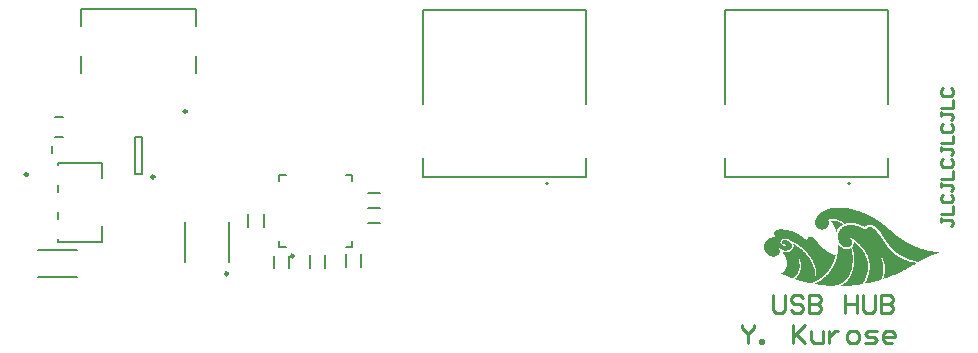
<source format=gto>
G04*
G04 #@! TF.GenerationSoftware,Altium Limited,Altium Designer,23.5.1 (21)*
G04*
G04 Layer_Color=65535*
%FSLAX44Y44*%
%MOMM*%
G71*
G04*
G04 #@! TF.SameCoordinates,2BC34154-30F2-4EB8-A0CA-646768C512BA*
G04*
G04*
G04 #@! TF.FilePolarity,Positive*
G04*
G01*
G75*
%ADD10C,0.2000*%
%ADD11C,0.2500*%
%ADD12C,0.2540*%
G36*
X888218Y1100435D02*
X889968D01*
Y1100185D01*
X890968D01*
Y1099935D01*
X891719D01*
Y1099685D01*
X892219D01*
Y1099435D01*
X892969D01*
Y1099185D01*
X893469D01*
Y1098935D01*
X893969D01*
Y1098685D01*
X894469D01*
Y1098435D01*
X894719D01*
Y1098185D01*
X895219D01*
Y1097935D01*
X895719D01*
Y1097685D01*
X895969D01*
Y1097185D01*
X895469D01*
Y1096935D01*
X894969D01*
Y1096685D01*
X894719D01*
Y1096435D01*
X894219D01*
Y1096185D01*
X893969D01*
Y1095935D01*
X893719D01*
Y1095685D01*
X893469D01*
Y1095434D01*
X893219D01*
Y1095184D01*
X892969D01*
Y1094934D01*
X892719D01*
Y1094685D01*
X892469D01*
Y1094434D01*
X892219D01*
Y1094184D01*
X891969D01*
Y1093934D01*
X891719D01*
Y1093434D01*
X891469D01*
Y1093184D01*
X891218D01*
Y1092684D01*
X890968D01*
Y1092184D01*
X890719D01*
Y1091684D01*
X890468D01*
Y1091184D01*
X890218D01*
Y1091934D01*
X889968D01*
Y1092684D01*
X889718D01*
Y1093434D01*
X889468D01*
Y1094184D01*
X889218D01*
Y1094685D01*
X888968D01*
Y1095184D01*
X888718D01*
Y1095685D01*
X888468D01*
Y1096185D01*
X888218D01*
Y1096685D01*
X887968D01*
Y1097185D01*
X887718D01*
Y1097685D01*
X887468D01*
Y1097935D01*
X887218D01*
Y1098435D01*
X886968D01*
Y1098685D01*
X886718D01*
Y1099185D01*
X886468D01*
Y1099435D01*
X886218D01*
Y1099685D01*
X885968D01*
Y1100185D01*
X885718D01*
Y1100435D01*
X885968D01*
Y1100685D01*
X888218D01*
Y1100435D01*
D02*
G37*
G36*
X895469Y1111187D02*
X899470D01*
Y1110937D01*
X900970D01*
Y1110686D01*
X902220D01*
Y1110436D01*
X903220D01*
Y1110186D01*
X904220D01*
Y1109936D01*
X905220D01*
Y1109686D01*
X905970D01*
Y1109436D01*
X906971D01*
Y1109186D01*
X907721D01*
Y1108936D01*
X908471D01*
Y1108686D01*
X909221D01*
Y1108436D01*
X909971D01*
Y1108186D01*
X910721D01*
Y1107936D01*
X911471D01*
Y1107686D01*
X911971D01*
Y1107436D01*
X912721D01*
Y1107186D01*
X913221D01*
Y1106936D01*
X913971D01*
Y1106686D01*
X914471D01*
Y1106436D01*
X914971D01*
Y1106186D01*
X915722D01*
Y1105936D01*
X916222D01*
Y1105686D01*
X916722D01*
Y1105436D01*
X917222D01*
Y1105186D01*
X917722D01*
Y1104936D01*
X918222D01*
Y1104686D01*
X918722D01*
Y1104436D01*
X919222D01*
Y1104186D01*
X919722D01*
Y1103936D01*
X920222D01*
Y1103686D01*
X920722D01*
Y1103436D01*
X920972D01*
Y1103186D01*
X921472D01*
Y1102935D01*
X921972D01*
Y1102685D01*
X922472D01*
Y1102435D01*
X922722D01*
Y1102185D01*
X923223D01*
Y1101935D01*
X923723D01*
Y1101685D01*
X923973D01*
Y1101435D01*
X924473D01*
Y1101185D01*
X924723D01*
Y1100935D01*
X925223D01*
Y1100685D01*
X925723D01*
Y1100435D01*
X925973D01*
Y1100185D01*
X926473D01*
Y1099935D01*
X926723D01*
Y1099685D01*
X926973D01*
Y1099435D01*
X927473D01*
Y1099185D01*
X927723D01*
Y1098935D01*
X928223D01*
Y1098685D01*
X928473D01*
Y1098435D01*
X928973D01*
Y1098185D01*
X929223D01*
Y1097935D01*
X929473D01*
Y1097685D01*
X929973D01*
Y1097435D01*
X930223D01*
Y1097185D01*
X930473D01*
Y1096935D01*
X930723D01*
Y1096685D01*
X931224D01*
Y1096435D01*
X931473D01*
Y1096185D01*
X931724D01*
Y1095935D01*
X931974D01*
Y1095685D01*
X932474D01*
Y1095434D01*
X932724D01*
Y1095184D01*
X932974D01*
Y1094934D01*
X933224D01*
Y1094685D01*
X933474D01*
Y1094434D01*
X933724D01*
Y1094184D01*
X934224D01*
Y1093934D01*
X934474D01*
Y1093684D01*
X934724D01*
Y1093434D01*
X934974D01*
Y1093184D01*
X935224D01*
Y1092934D01*
X935474D01*
Y1092684D01*
X935974D01*
Y1092434D01*
X936224D01*
Y1092184D01*
X936474D01*
Y1091934D01*
X936724D01*
Y1091684D01*
X936974D01*
Y1091434D01*
X937224D01*
Y1091184D01*
X937724D01*
Y1090934D01*
X937974D01*
Y1090684D01*
X938224D01*
Y1090434D01*
X938474D01*
Y1090184D01*
X938725D01*
Y1089934D01*
X938975D01*
Y1089684D01*
X939474D01*
Y1089434D01*
X939725D01*
Y1089184D01*
X939975D01*
Y1088934D01*
X940225D01*
Y1088684D01*
X940725D01*
Y1088434D01*
X940975D01*
Y1088184D01*
X941225D01*
Y1087934D01*
X941475D01*
Y1087684D01*
X941975D01*
Y1087433D01*
X942225D01*
Y1087184D01*
X942475D01*
Y1086934D01*
X942975D01*
Y1086684D01*
X943225D01*
Y1086433D01*
X943475D01*
Y1086183D01*
X943975D01*
Y1085933D01*
X944225D01*
Y1085683D01*
X944725D01*
Y1085433D01*
X944975D01*
Y1085183D01*
X945475D01*
Y1084933D01*
X945725D01*
Y1084683D01*
X946225D01*
Y1084433D01*
X946475D01*
Y1084183D01*
X946975D01*
Y1083933D01*
X947225D01*
Y1083683D01*
X947726D01*
Y1083433D01*
X948226D01*
Y1083183D01*
X948476D01*
Y1082933D01*
X948976D01*
Y1082683D01*
X949476D01*
Y1082433D01*
X949726D01*
Y1082183D01*
X950226D01*
Y1081933D01*
X950726D01*
Y1081683D01*
X951226D01*
Y1081433D01*
X951726D01*
Y1081183D01*
X951976D01*
Y1080933D01*
X952476D01*
Y1080683D01*
X952976D01*
Y1080433D01*
X953476D01*
Y1080183D01*
X953976D01*
Y1079933D01*
X954726D01*
Y1079683D01*
X955227D01*
Y1079433D01*
X955727D01*
Y1079183D01*
X956227D01*
Y1078932D01*
X956727D01*
Y1078682D01*
X957477D01*
Y1078432D01*
X957977D01*
Y1078182D01*
X958477D01*
Y1077932D01*
X959227D01*
Y1077682D01*
X959727D01*
Y1077432D01*
X960477D01*
Y1077182D01*
X961227D01*
Y1076932D01*
X961977D01*
Y1076682D01*
X962728D01*
Y1076432D01*
X963477D01*
Y1076182D01*
X964228D01*
Y1075932D01*
X965228D01*
Y1075682D01*
X966228D01*
Y1075432D01*
X967228D01*
Y1075182D01*
X968478D01*
Y1074932D01*
X969978D01*
Y1074682D01*
X971979D01*
Y1074432D01*
X979980D01*
Y1074182D01*
X978979D01*
Y1073932D01*
X978229D01*
Y1073682D01*
X977479D01*
Y1073432D01*
X976729D01*
Y1073182D01*
X975979D01*
Y1072932D01*
X975229D01*
Y1072682D01*
X974479D01*
Y1072432D01*
X973729D01*
Y1072182D01*
X972979D01*
Y1071932D01*
X972479D01*
Y1071682D01*
X971729D01*
Y1071432D01*
X971228D01*
Y1071181D01*
X970729D01*
Y1070931D01*
X969978D01*
Y1070682D01*
X969478D01*
Y1070431D01*
X968978D01*
Y1070181D01*
X968478D01*
Y1069931D01*
X967978D01*
Y1069681D01*
X967228D01*
Y1069431D01*
X966728D01*
Y1069181D01*
X966228D01*
Y1068931D01*
X965728D01*
Y1068681D01*
X965228D01*
Y1068431D01*
X964728D01*
Y1068181D01*
X964228D01*
Y1067931D01*
X963978D01*
Y1067681D01*
X963477D01*
Y1067431D01*
X962978D01*
Y1067181D01*
X962477D01*
Y1066931D01*
X961977D01*
Y1066681D01*
X961477D01*
Y1066431D01*
X960977D01*
Y1066181D01*
X960727D01*
Y1065931D01*
X960227D01*
Y1065681D01*
X959227D01*
Y1065931D01*
X957727D01*
Y1066181D01*
X956727D01*
Y1066431D01*
X955727D01*
Y1066681D01*
X955227D01*
Y1066931D01*
X954476D01*
Y1067181D01*
X953726D01*
Y1067431D01*
X952976D01*
Y1067681D01*
X952226D01*
Y1067931D01*
X951726D01*
Y1068181D01*
X950976D01*
Y1068431D01*
X950226D01*
Y1068681D01*
X949726D01*
Y1068931D01*
X948976D01*
Y1069181D01*
X948476D01*
Y1069431D01*
X947976D01*
Y1069681D01*
X947476D01*
Y1069931D01*
X946975D01*
Y1070181D01*
X946475D01*
Y1070431D01*
X945975D01*
Y1070682D01*
X945475D01*
Y1070931D01*
X944975D01*
Y1071181D01*
X944725D01*
Y1071432D01*
X944225D01*
Y1071682D01*
X943725D01*
Y1071932D01*
X943475D01*
Y1072182D01*
X942975D01*
Y1072432D01*
X942725D01*
Y1072682D01*
X942225D01*
Y1072932D01*
X941975D01*
Y1073182D01*
X941725D01*
Y1073432D01*
X941225D01*
Y1073682D01*
X940975D01*
Y1073932D01*
X940725D01*
Y1074182D01*
X940225D01*
Y1074432D01*
X939975D01*
Y1074682D01*
X939725D01*
Y1074932D01*
X939474D01*
Y1075182D01*
X939224D01*
Y1075432D01*
X938975D01*
Y1075682D01*
X938725D01*
Y1075932D01*
X938474D01*
Y1076182D01*
X938224D01*
Y1076432D01*
X937974D01*
Y1076682D01*
X937724D01*
Y1076932D01*
X937474D01*
Y1077182D01*
X937224D01*
Y1077432D01*
X936974D01*
Y1077682D01*
X936724D01*
Y1077932D01*
X936474D01*
Y1078182D01*
X936224D01*
Y1078432D01*
X935974D01*
Y1078932D01*
X935724D01*
Y1079183D01*
X935474D01*
Y1079433D01*
X935224D01*
Y1079683D01*
X934974D01*
Y1080183D01*
X934724D01*
Y1080433D01*
X934474D01*
Y1080683D01*
X934224D01*
Y1081183D01*
X933974D01*
Y1081433D01*
X933724D01*
Y1081933D01*
X933474D01*
Y1082183D01*
X933224D01*
Y1082433D01*
X932974D01*
Y1082933D01*
X932724D01*
Y1083183D01*
X932474D01*
Y1083683D01*
X932224D01*
Y1083933D01*
X931974D01*
Y1084433D01*
X931724D01*
Y1084683D01*
X931473D01*
Y1085183D01*
X931224D01*
Y1085433D01*
X930974D01*
Y1085933D01*
X930723D01*
Y1086183D01*
X930473D01*
Y1086684D01*
X930223D01*
Y1086934D01*
X929973D01*
Y1087184D01*
X929723D01*
Y1087684D01*
X929473D01*
Y1087934D01*
X929223D01*
Y1088434D01*
X928973D01*
Y1088684D01*
X928723D01*
Y1089184D01*
X928473D01*
Y1089434D01*
X928223D01*
Y1089934D01*
X927973D01*
Y1090184D01*
X927723D01*
Y1090684D01*
X927473D01*
Y1090934D01*
X927223D01*
Y1091184D01*
X926973D01*
Y1091684D01*
X926723D01*
Y1091934D01*
X926473D01*
Y1092184D01*
X926223D01*
Y1092434D01*
X925973D01*
Y1092934D01*
X925723D01*
Y1093184D01*
X925473D01*
Y1093434D01*
X925223D01*
Y1093684D01*
X924973D01*
Y1093934D01*
X924723D01*
Y1094184D01*
X924473D01*
Y1094434D01*
X924223D01*
Y1094685D01*
X923973D01*
Y1094934D01*
X923723D01*
Y1095184D01*
X923223D01*
Y1095434D01*
X922972D01*
Y1095685D01*
X922722D01*
Y1095935D01*
X922222D01*
Y1096185D01*
X921722D01*
Y1096435D01*
X921222D01*
Y1096685D01*
X920722D01*
Y1096935D01*
X919472D01*
Y1097185D01*
X918972D01*
Y1096935D01*
X916972D01*
Y1096685D01*
X916222D01*
Y1096435D01*
X915722D01*
Y1096185D01*
X915471D01*
Y1095935D01*
X915221D01*
Y1095685D01*
X914971D01*
Y1095434D01*
X914722D01*
Y1095184D01*
X913971D01*
Y1095434D01*
X913471D01*
Y1095685D01*
X912971D01*
Y1095935D01*
X912471D01*
Y1096185D01*
X911971D01*
Y1096435D01*
X911471D01*
Y1096685D01*
X910971D01*
Y1096935D01*
X910471D01*
Y1097185D01*
X909721D01*
Y1097435D01*
X909221D01*
Y1097685D01*
X908471D01*
Y1097935D01*
X907721D01*
Y1098185D01*
X906721D01*
Y1098435D01*
X905470D01*
Y1098685D01*
X902970D01*
Y1098935D01*
X902220D01*
Y1098685D01*
X899720D01*
Y1098435D01*
X898719D01*
Y1098185D01*
X897219D01*
Y1098435D01*
X896969D01*
Y1098685D01*
X896469D01*
Y1098935D01*
X896219D01*
Y1099185D01*
X895719D01*
Y1099435D01*
X895219D01*
Y1099685D01*
X894969D01*
Y1099935D01*
X894469D01*
Y1100185D01*
X893969D01*
Y1100435D01*
X893219D01*
Y1100685D01*
X892719D01*
Y1100935D01*
X892219D01*
Y1101185D01*
X891469D01*
Y1101435D01*
X890468D01*
Y1101685D01*
X888968D01*
Y1101935D01*
X885218D01*
Y1101685D01*
X883718D01*
Y1101435D01*
X883467D01*
Y1100435D01*
X883718D01*
Y1099935D01*
X883968D01*
Y1097685D01*
X883718D01*
Y1096935D01*
X883467D01*
Y1096435D01*
X883217D01*
Y1095935D01*
X882968D01*
Y1095434D01*
X882718D01*
Y1095184D01*
X882467D01*
Y1094934D01*
X882217D01*
Y1094685D01*
X881967D01*
Y1094434D01*
X881717D01*
Y1094184D01*
X881217D01*
Y1093934D01*
X880967D01*
Y1093684D01*
X880467D01*
Y1093434D01*
X879967D01*
Y1093184D01*
X879217D01*
Y1092934D01*
X876967D01*
Y1093184D01*
X876217D01*
Y1093434D01*
X875467D01*
Y1093684D01*
X874967D01*
Y1093934D01*
X874716D01*
Y1094184D01*
X874466D01*
Y1094434D01*
X874216D01*
Y1094685D01*
X873966D01*
Y1094934D01*
X873716D01*
Y1095184D01*
X873466D01*
Y1095434D01*
X873216D01*
Y1095685D01*
X872966D01*
Y1096185D01*
X872716D01*
Y1096685D01*
X872466D01*
Y1097435D01*
X872216D01*
Y1100185D01*
X872466D01*
Y1100935D01*
X872716D01*
Y1101685D01*
X872966D01*
Y1102185D01*
X873216D01*
Y1102685D01*
X873466D01*
Y1103186D01*
X873716D01*
Y1103436D01*
X873966D01*
Y1103936D01*
X874216D01*
Y1104186D01*
X874466D01*
Y1104436D01*
X874716D01*
Y1104936D01*
X874967D01*
Y1105186D01*
X875217D01*
Y1105436D01*
X875467D01*
Y1105686D01*
X875717D01*
Y1105936D01*
X875967D01*
Y1106186D01*
X876217D01*
Y1106436D01*
X876467D01*
Y1106686D01*
X876717D01*
Y1106936D01*
X876967D01*
Y1107186D01*
X877467D01*
Y1107436D01*
X877717D01*
Y1107686D01*
X877967D01*
Y1107936D01*
X878467D01*
Y1108186D01*
X878717D01*
Y1108436D01*
X879217D01*
Y1108686D01*
X879717D01*
Y1108936D01*
X880217D01*
Y1109186D01*
X880717D01*
Y1109436D01*
X881217D01*
Y1109686D01*
X881717D01*
Y1109936D01*
X882467D01*
Y1110186D01*
X883217D01*
Y1110436D01*
X883968D01*
Y1110686D01*
X884968D01*
Y1110937D01*
X885968D01*
Y1111187D01*
X889718D01*
Y1111436D01*
X895469D01*
Y1111187D01*
D02*
G37*
G36*
X845463Y1092934D02*
X847463D01*
Y1092684D01*
X848713D01*
Y1092434D01*
X849963D01*
Y1092184D01*
X850964D01*
Y1091934D01*
X851714D01*
Y1091684D01*
X852464D01*
Y1091434D01*
X853214D01*
Y1091184D01*
X853964D01*
Y1090934D01*
X854464D01*
Y1090684D01*
X855214D01*
Y1090434D01*
X855714D01*
Y1090184D01*
X856214D01*
Y1089934D01*
X856714D01*
Y1089684D01*
X857214D01*
Y1089434D01*
X857714D01*
Y1089184D01*
X858214D01*
Y1088934D01*
X858715D01*
Y1088684D01*
X858964D01*
Y1088434D01*
X859464D01*
Y1088184D01*
X859965D01*
Y1087934D01*
X860215D01*
Y1087684D01*
X860715D01*
Y1087433D01*
X860965D01*
Y1087184D01*
X861215D01*
Y1086934D01*
X861715D01*
Y1086684D01*
X861965D01*
Y1086433D01*
X862465D01*
Y1086183D01*
X862715D01*
Y1085933D01*
X862965D01*
Y1085683D01*
X863215D01*
Y1085433D01*
X863465D01*
Y1085183D01*
X863965D01*
Y1084933D01*
X864215D01*
Y1084683D01*
X864465D01*
Y1084433D01*
X864715D01*
Y1084183D01*
X864965D01*
Y1083933D01*
X865465D01*
Y1084183D01*
X865715D01*
Y1084933D01*
X865965D01*
Y1085683D01*
X866215D01*
Y1085933D01*
X866465D01*
Y1086183D01*
X866715D01*
Y1086433D01*
X866965D01*
Y1086684D01*
X867716D01*
Y1086934D01*
X869466D01*
Y1086684D01*
X870216D01*
Y1086433D01*
X870466D01*
Y1086183D01*
X870966D01*
Y1085933D01*
X871216D01*
Y1085683D01*
X871466D01*
Y1085433D01*
X871716D01*
Y1085183D01*
X871966D01*
Y1084933D01*
X872216D01*
Y1084683D01*
X872466D01*
Y1084433D01*
X872716D01*
Y1083933D01*
X872966D01*
Y1083683D01*
X873216D01*
Y1083433D01*
X873466D01*
Y1083183D01*
X873716D01*
Y1082683D01*
X873966D01*
Y1082433D01*
X874216D01*
Y1082183D01*
X874466D01*
Y1081933D01*
X874716D01*
Y1081433D01*
X874967D01*
Y1081183D01*
X875217D01*
Y1080933D01*
X875467D01*
Y1080683D01*
X875717D01*
Y1080433D01*
X875967D01*
Y1079933D01*
X876217D01*
Y1079683D01*
X876467D01*
Y1079433D01*
X876717D01*
Y1079183D01*
X876967D01*
Y1078932D01*
X877217D01*
Y1078682D01*
X877467D01*
Y1078432D01*
X877717D01*
Y1078182D01*
X878217D01*
Y1077932D01*
X878467D01*
Y1077682D01*
X878717D01*
Y1077432D01*
X878967D01*
Y1077182D01*
X879217D01*
Y1076932D01*
X879717D01*
Y1076682D01*
X879967D01*
Y1076432D01*
X880217D01*
Y1076182D01*
X880467D01*
Y1075932D01*
X880967D01*
Y1075682D01*
X881217D01*
Y1075432D01*
X881717D01*
Y1075182D01*
X881967D01*
Y1074932D01*
X882467D01*
Y1074682D01*
X882718D01*
Y1074432D01*
X883217D01*
Y1074182D01*
X883718D01*
Y1073932D01*
X884218D01*
Y1073682D01*
X884468D01*
Y1073432D01*
X884968D01*
Y1073182D01*
X885468D01*
Y1072932D01*
X885968D01*
Y1072682D01*
X886468D01*
Y1072432D01*
X887218D01*
Y1072182D01*
X887718D01*
Y1071932D01*
X888468D01*
Y1071682D01*
X888968D01*
Y1071432D01*
X889718D01*
Y1070682D01*
X889468D01*
Y1069681D01*
X889218D01*
Y1068681D01*
X888968D01*
Y1067931D01*
X888718D01*
Y1067181D01*
X888468D01*
Y1066431D01*
X888218D01*
Y1065681D01*
X887968D01*
Y1065181D01*
X887718D01*
Y1064681D01*
X887468D01*
Y1064181D01*
X887218D01*
Y1063681D01*
X886968D01*
Y1063180D01*
X886718D01*
Y1062681D01*
X886468D01*
Y1062180D01*
X886218D01*
Y1061680D01*
X885968D01*
Y1061430D01*
X885718D01*
Y1060930D01*
X885468D01*
Y1060430D01*
X885218D01*
Y1060180D01*
X884968D01*
Y1059680D01*
X884718D01*
Y1059430D01*
X884468D01*
Y1059180D01*
X884218D01*
Y1058680D01*
X883968D01*
Y1058430D01*
X883718D01*
Y1058180D01*
X883467D01*
Y1057680D01*
X883217D01*
Y1057430D01*
X882968D01*
Y1057180D01*
X882718D01*
Y1056930D01*
X882467D01*
Y1056680D01*
X882217D01*
Y1056430D01*
X881967D01*
Y1056180D01*
X881717D01*
Y1055680D01*
X881467D01*
Y1055430D01*
X881217D01*
Y1055180D01*
X880967D01*
Y1054930D01*
X880717D01*
Y1054679D01*
X880217D01*
Y1054429D01*
X879967D01*
Y1054179D01*
X879717D01*
Y1053929D01*
X879467D01*
Y1053679D01*
X879217D01*
Y1053429D01*
X878967D01*
Y1053179D01*
X878717D01*
Y1052929D01*
X878217D01*
Y1052679D01*
X877967D01*
Y1052429D01*
X877717D01*
Y1052179D01*
X877217D01*
Y1051929D01*
X876967D01*
Y1051679D01*
X876467D01*
Y1051429D01*
X876217D01*
Y1051179D01*
X875717D01*
Y1050929D01*
X875467D01*
Y1050679D01*
X874967D01*
Y1050429D01*
X874466D01*
Y1050179D01*
X874216D01*
Y1049929D01*
X873716D01*
Y1049679D01*
X873216D01*
Y1049429D01*
X872716D01*
Y1049179D01*
X872216D01*
Y1048929D01*
X871466D01*
Y1048679D01*
X870966D01*
Y1048429D01*
X870466D01*
Y1048179D01*
X869716D01*
Y1047929D01*
X868966D01*
Y1047679D01*
X867716D01*
Y1047929D01*
X866465D01*
Y1048179D01*
X865465D01*
Y1048429D01*
X864465D01*
Y1048679D01*
X863465D01*
Y1048929D01*
X862465D01*
Y1049179D01*
X861465D01*
Y1049429D01*
X860465D01*
Y1049679D01*
X859715D01*
Y1049929D01*
X858715D01*
Y1050179D01*
X857964D01*
Y1050429D01*
X857214D01*
Y1050679D01*
X856464D01*
Y1050929D01*
X855714D01*
Y1051179D01*
X855214D01*
Y1051429D01*
X855464D01*
Y1051679D01*
X855714D01*
Y1051929D01*
X856214D01*
Y1052179D01*
X856464D01*
Y1052429D01*
X856714D01*
Y1052679D01*
X856964D01*
Y1053179D01*
X857214D01*
Y1053429D01*
X857464D01*
Y1053679D01*
X857714D01*
Y1053929D01*
X857964D01*
Y1054429D01*
X858214D01*
Y1054679D01*
X858464D01*
Y1055180D01*
X858715D01*
Y1055680D01*
X858964D01*
Y1056180D01*
X859214D01*
Y1056680D01*
X859464D01*
Y1057430D01*
X859715D01*
Y1058180D01*
X859965D01*
Y1059180D01*
X860215D01*
Y1060680D01*
X860465D01*
Y1063681D01*
X860215D01*
Y1065431D01*
X859965D01*
Y1066181D01*
X859715D01*
Y1066931D01*
X859464D01*
Y1067681D01*
X859214D01*
Y1067931D01*
X858715D01*
Y1067681D01*
X858464D01*
Y1067431D01*
X858214D01*
Y1066931D01*
X858464D01*
Y1066181D01*
X858715D01*
Y1065431D01*
X858964D01*
Y1064181D01*
X859214D01*
Y1060680D01*
X858964D01*
Y1059430D01*
X858715D01*
Y1058680D01*
X858464D01*
Y1057930D01*
X858214D01*
Y1057180D01*
X857964D01*
Y1056680D01*
X857714D01*
Y1056180D01*
X857464D01*
Y1055680D01*
X857214D01*
Y1055430D01*
X856964D01*
Y1054930D01*
X856714D01*
Y1054679D01*
X856464D01*
Y1054429D01*
X856214D01*
Y1054179D01*
X855964D01*
Y1053929D01*
X855714D01*
Y1053679D01*
X855464D01*
Y1053429D01*
X855214D01*
Y1053179D01*
X854964D01*
Y1052929D01*
X854714D01*
Y1052679D01*
X854214D01*
Y1052429D01*
X853964D01*
Y1052179D01*
X853464D01*
Y1051929D01*
X852714D01*
Y1052179D01*
X851964D01*
Y1052429D01*
X851463D01*
Y1052679D01*
X850714D01*
Y1052929D01*
X849963D01*
Y1053179D01*
X849463D01*
Y1053429D01*
X848713D01*
Y1053679D01*
X848213D01*
Y1053929D01*
X847463D01*
Y1054179D01*
X846963D01*
Y1054429D01*
X846213D01*
Y1054679D01*
X845463D01*
Y1054930D01*
X844963D01*
Y1055180D01*
X844213D01*
Y1055430D01*
X843713D01*
Y1055680D01*
X843463D01*
Y1055930D01*
X843963D01*
Y1056180D01*
X844463D01*
Y1056430D01*
X844713D01*
Y1056680D01*
X845213D01*
Y1056930D01*
X845463D01*
Y1057180D01*
X845713D01*
Y1057430D01*
X845963D01*
Y1057680D01*
X846213D01*
Y1057930D01*
X846463D01*
Y1058430D01*
X846713D01*
Y1058680D01*
X846963D01*
Y1059180D01*
X847213D01*
Y1059680D01*
X847463D01*
Y1060180D01*
X847713D01*
Y1060680D01*
X847963D01*
Y1061430D01*
X848213D01*
Y1062681D01*
X848463D01*
Y1066431D01*
X848213D01*
Y1067431D01*
X847963D01*
Y1068181D01*
X847713D01*
Y1068931D01*
X847463D01*
Y1069681D01*
X847213D01*
Y1070181D01*
X846963D01*
Y1070682D01*
X846713D01*
Y1071181D01*
X846463D01*
Y1071432D01*
X846213D01*
Y1071932D01*
X845963D01*
Y1072432D01*
X845713D01*
Y1072682D01*
X845463D01*
Y1073182D01*
X845213D01*
Y1073432D01*
X844963D01*
Y1073932D01*
X844713D01*
Y1074182D01*
X844463D01*
Y1074432D01*
X845463D01*
Y1074182D01*
X846713D01*
Y1073932D01*
X848713D01*
Y1074182D01*
X849963D01*
Y1074432D01*
X850714D01*
Y1074682D01*
X851214D01*
Y1074932D01*
X851714D01*
Y1075182D01*
X851964D01*
Y1075432D01*
X852464D01*
Y1075682D01*
X852714D01*
Y1075932D01*
X852964D01*
Y1076182D01*
X853214D01*
Y1076682D01*
X853464D01*
Y1076932D01*
X853714D01*
Y1077432D01*
X853964D01*
Y1078182D01*
X854214D01*
Y1080183D01*
X853964D01*
Y1080933D01*
X854214D01*
Y1080683D01*
X854464D01*
Y1080433D01*
X854964D01*
Y1080183D01*
X855464D01*
Y1079933D01*
X855714D01*
Y1079683D01*
X856214D01*
Y1079433D01*
X856464D01*
Y1079183D01*
X856964D01*
Y1078932D01*
X857214D01*
Y1078682D01*
X857714D01*
Y1078432D01*
X857964D01*
Y1078182D01*
X858214D01*
Y1077932D01*
X858715D01*
Y1077682D01*
X858964D01*
Y1077432D01*
X859214D01*
Y1077182D01*
X859715D01*
Y1076932D01*
X859965D01*
Y1076682D01*
X860215D01*
Y1076432D01*
X860465D01*
Y1076182D01*
X860965D01*
Y1075932D01*
X861215D01*
Y1075682D01*
X861465D01*
Y1075432D01*
X861715D01*
Y1075182D01*
X861965D01*
Y1074932D01*
X862215D01*
Y1074682D01*
X862465D01*
Y1074432D01*
X862715D01*
Y1074182D01*
X862965D01*
Y1073932D01*
X863215D01*
Y1073682D01*
X863465D01*
Y1073432D01*
X863715D01*
Y1073182D01*
X863965D01*
Y1072932D01*
X864215D01*
Y1072682D01*
X864465D01*
Y1072432D01*
X864715D01*
Y1072182D01*
X864965D01*
Y1071932D01*
X865215D01*
Y1071682D01*
X865465D01*
Y1071181D01*
X865715D01*
Y1070931D01*
X865965D01*
Y1070682D01*
X866215D01*
Y1070431D01*
X866465D01*
Y1069931D01*
X866715D01*
Y1069681D01*
X866965D01*
Y1069431D01*
X867215D01*
Y1068931D01*
X867466D01*
Y1068681D01*
X867716D01*
Y1068181D01*
X867966D01*
Y1067931D01*
X868216D01*
Y1067431D01*
X868466D01*
Y1066931D01*
X868716D01*
Y1066681D01*
X868966D01*
Y1066181D01*
X869216D01*
Y1065681D01*
X869466D01*
Y1065181D01*
X869716D01*
Y1064681D01*
X869966D01*
Y1064181D01*
X870216D01*
Y1063681D01*
X870466D01*
Y1062931D01*
X870716D01*
Y1062430D01*
X870966D01*
Y1061680D01*
X871216D01*
Y1060930D01*
X871466D01*
Y1060180D01*
X871716D01*
Y1059430D01*
X871966D01*
Y1058180D01*
X872216D01*
Y1053679D01*
X871966D01*
Y1053179D01*
X872466D01*
Y1053429D01*
X872716D01*
Y1054179D01*
X872966D01*
Y1055430D01*
X873216D01*
Y1058180D01*
X872966D01*
Y1059680D01*
X872716D01*
Y1060680D01*
X872466D01*
Y1061680D01*
X872216D01*
Y1062430D01*
X871966D01*
Y1062931D01*
X871716D01*
Y1063681D01*
X871466D01*
Y1064431D01*
X871216D01*
Y1064931D01*
X870966D01*
Y1065431D01*
X870716D01*
Y1065931D01*
X870466D01*
Y1066431D01*
X870216D01*
Y1066931D01*
X869966D01*
Y1067431D01*
X869716D01*
Y1067931D01*
X869466D01*
Y1068181D01*
X869216D01*
Y1068681D01*
X868966D01*
Y1069181D01*
X868716D01*
Y1069431D01*
X868466D01*
Y1069931D01*
X868216D01*
Y1070181D01*
X867966D01*
Y1070682D01*
X867716D01*
Y1070931D01*
X867466D01*
Y1071181D01*
X867215D01*
Y1071682D01*
X866965D01*
Y1071932D01*
X866715D01*
Y1072182D01*
X866465D01*
Y1072682D01*
X866215D01*
Y1072932D01*
X865965D01*
Y1073182D01*
X865715D01*
Y1073432D01*
X865465D01*
Y1073682D01*
X865215D01*
Y1073932D01*
X864965D01*
Y1074182D01*
X864715D01*
Y1074432D01*
X864465D01*
Y1074932D01*
X864215D01*
Y1075182D01*
X863965D01*
Y1075432D01*
X863715D01*
Y1075682D01*
X863215D01*
Y1075932D01*
X862965D01*
Y1076182D01*
X862715D01*
Y1076432D01*
X862465D01*
Y1076682D01*
X862215D01*
Y1076932D01*
X861965D01*
Y1077182D01*
X861715D01*
Y1077432D01*
X861465D01*
Y1077682D01*
X860965D01*
Y1077932D01*
X860715D01*
Y1078182D01*
X860465D01*
Y1078432D01*
X860215D01*
Y1078682D01*
X859715D01*
Y1078932D01*
X859464D01*
Y1079183D01*
X859214D01*
Y1079433D01*
X858715D01*
Y1079683D01*
X858464D01*
Y1079933D01*
X857964D01*
Y1080183D01*
X857714D01*
Y1080433D01*
X857214D01*
Y1080683D01*
X856964D01*
Y1080933D01*
X856464D01*
Y1081183D01*
X855964D01*
Y1081433D01*
X855464D01*
Y1081683D01*
X855214D01*
Y1081933D01*
X854714D01*
Y1082183D01*
X854214D01*
Y1082433D01*
X853714D01*
Y1082683D01*
X853464D01*
Y1082933D01*
X852964D01*
Y1083183D01*
X852464D01*
Y1083433D01*
X851964D01*
Y1083683D01*
X851463D01*
Y1083933D01*
X850964D01*
Y1084183D01*
X850463D01*
Y1084433D01*
X849963D01*
Y1084683D01*
X849463D01*
Y1084933D01*
X848713D01*
Y1085183D01*
X847713D01*
Y1085433D01*
X845463D01*
Y1085183D01*
X844713D01*
Y1084933D01*
X844463D01*
Y1084683D01*
X843963D01*
Y1084433D01*
X843713D01*
Y1083933D01*
X843463D01*
Y1083683D01*
X843213D01*
Y1082933D01*
X842962D01*
Y1081683D01*
X843213D01*
Y1081183D01*
X843463D01*
Y1080683D01*
X843713D01*
Y1080433D01*
X843963D01*
Y1080183D01*
X844213D01*
Y1079933D01*
X844463D01*
Y1079683D01*
X844963D01*
Y1079433D01*
X845463D01*
Y1079183D01*
X847213D01*
Y1079433D01*
X847463D01*
Y1079933D01*
X847213D01*
Y1080183D01*
X846713D01*
Y1080433D01*
X846213D01*
Y1080683D01*
X845463D01*
Y1080933D01*
X845213D01*
Y1081183D01*
X844713D01*
Y1081433D01*
X844463D01*
Y1081933D01*
X844213D01*
Y1082683D01*
X844463D01*
Y1083183D01*
X844713D01*
Y1083683D01*
X845213D01*
Y1083933D01*
X845463D01*
Y1084183D01*
X847963D01*
Y1083933D01*
X848713D01*
Y1083683D01*
X849213D01*
Y1083433D01*
X849713D01*
Y1083183D01*
X850213D01*
Y1082933D01*
X850463D01*
Y1082683D01*
X850964D01*
Y1082433D01*
X851214D01*
Y1082183D01*
X851463D01*
Y1081933D01*
X851714D01*
Y1081683D01*
X851964D01*
Y1081433D01*
X852214D01*
Y1081183D01*
X852464D01*
Y1080683D01*
X852714D01*
Y1080183D01*
X852964D01*
Y1078182D01*
X852714D01*
Y1077682D01*
X852464D01*
Y1077182D01*
X852214D01*
Y1076932D01*
X851964D01*
Y1076682D01*
X851714D01*
Y1076432D01*
X851463D01*
Y1076182D01*
X850964D01*
Y1075932D01*
X850463D01*
Y1075682D01*
X849963D01*
Y1075432D01*
X848963D01*
Y1075182D01*
X846213D01*
Y1075432D01*
X845213D01*
Y1075682D01*
X844463D01*
Y1075932D01*
X843963D01*
Y1076182D01*
X843463D01*
Y1076432D01*
X843213D01*
Y1076682D01*
X842962D01*
Y1077182D01*
X842712D01*
Y1077432D01*
X842462D01*
Y1077682D01*
X841712D01*
Y1077432D01*
X841462D01*
Y1076432D01*
X841712D01*
Y1076182D01*
X841962D01*
Y1075682D01*
X842212D01*
Y1075182D01*
X842462D01*
Y1073682D01*
X842212D01*
Y1072932D01*
X841962D01*
Y1072432D01*
X841712D01*
Y1071932D01*
X841462D01*
Y1071682D01*
X840962D01*
Y1071432D01*
X840712D01*
Y1071181D01*
X840462D01*
Y1070931D01*
X839962D01*
Y1070682D01*
X839462D01*
Y1070431D01*
X838712D01*
Y1070181D01*
X835712D01*
Y1070431D01*
X834961D01*
Y1070682D01*
X834211D01*
Y1070931D01*
X833711D01*
Y1071181D01*
X833211D01*
Y1071432D01*
X832961D01*
Y1071682D01*
X832461D01*
Y1071932D01*
X832211D01*
Y1072182D01*
X831961D01*
Y1072432D01*
X831711D01*
Y1072682D01*
X831461D01*
Y1072932D01*
X831211D01*
Y1073182D01*
X830961D01*
Y1073432D01*
X830711D01*
Y1073932D01*
X830461D01*
Y1074182D01*
X830211D01*
Y1074682D01*
X829961D01*
Y1075182D01*
X829711D01*
Y1075932D01*
X829461D01*
Y1076682D01*
X829211D01*
Y1079683D01*
X829461D01*
Y1080683D01*
X829711D01*
Y1081183D01*
X829961D01*
Y1081933D01*
X830211D01*
Y1082183D01*
X830461D01*
Y1082683D01*
X830711D01*
Y1082933D01*
X830961D01*
Y1083433D01*
X831211D01*
Y1083683D01*
X831461D01*
Y1083933D01*
X831711D01*
Y1084183D01*
X831961D01*
Y1084433D01*
X832211D01*
Y1084683D01*
X832461D01*
Y1084933D01*
X832961D01*
Y1085183D01*
X833211D01*
Y1085433D01*
X833711D01*
Y1085683D01*
X834211D01*
Y1085933D01*
X834961D01*
Y1086183D01*
X835712D01*
Y1086433D01*
X838712D01*
Y1087684D01*
X838212D01*
Y1087934D01*
X837962D01*
Y1088434D01*
X837712D01*
Y1088934D01*
X837462D01*
Y1090184D01*
X837712D01*
Y1090934D01*
X837962D01*
Y1091434D01*
X838212D01*
Y1091684D01*
X838462D01*
Y1091934D01*
X838712D01*
Y1092184D01*
X839212D01*
Y1092434D01*
X839712D01*
Y1092684D01*
X840462D01*
Y1092934D01*
X841462D01*
Y1093184D01*
X845463D01*
Y1092934D01*
D02*
G37*
G36*
X902970Y1096935D02*
X905220D01*
Y1096685D01*
X906470D01*
Y1096435D01*
X907470D01*
Y1096185D01*
X908221D01*
Y1095935D01*
X908971D01*
Y1095685D01*
X909471D01*
Y1095434D01*
X910221D01*
Y1095184D01*
X910721D01*
Y1094934D01*
X911221D01*
Y1094685D01*
X911721D01*
Y1094434D01*
X912221D01*
Y1094184D01*
X912721D01*
Y1093934D01*
X913221D01*
Y1093684D01*
X913471D01*
Y1093434D01*
X913971D01*
Y1093184D01*
X914471D01*
Y1092934D01*
X914971D01*
Y1093184D01*
X915471D01*
Y1093684D01*
X915722D01*
Y1093934D01*
X915972D01*
Y1094184D01*
X916222D01*
Y1094434D01*
X916472D01*
Y1094685D01*
X916972D01*
Y1094934D01*
X917472D01*
Y1095184D01*
X919722D01*
Y1094934D01*
X920472D01*
Y1094685D01*
X920972D01*
Y1094434D01*
X921222D01*
Y1094184D01*
X921722D01*
Y1093934D01*
X921972D01*
Y1093684D01*
X922222D01*
Y1093434D01*
X922722D01*
Y1093184D01*
X922972D01*
Y1092934D01*
X923223D01*
Y1092684D01*
X923473D01*
Y1092434D01*
X923723D01*
Y1091934D01*
X923973D01*
Y1091684D01*
X924223D01*
Y1091434D01*
X924473D01*
Y1091184D01*
X924723D01*
Y1090934D01*
X924973D01*
Y1090434D01*
X925223D01*
Y1090184D01*
X925473D01*
Y1089934D01*
X925723D01*
Y1089684D01*
X925973D01*
Y1089184D01*
X926223D01*
Y1088934D01*
X926473D01*
Y1088684D01*
X926723D01*
Y1088184D01*
X926973D01*
Y1087934D01*
X927223D01*
Y1087684D01*
X927473D01*
Y1087184D01*
X927723D01*
Y1086934D01*
X927973D01*
Y1086433D01*
X928223D01*
Y1086183D01*
X928473D01*
Y1085683D01*
X928723D01*
Y1085433D01*
X928973D01*
Y1085183D01*
X929223D01*
Y1084683D01*
X929473D01*
Y1084433D01*
X929723D01*
Y1083933D01*
X929973D01*
Y1083683D01*
X930223D01*
Y1083183D01*
X930473D01*
Y1082933D01*
X930723D01*
Y1082433D01*
X930974D01*
Y1082183D01*
X931224D01*
Y1081933D01*
X931473D01*
Y1081433D01*
X931724D01*
Y1081183D01*
X931974D01*
Y1080683D01*
X932224D01*
Y1080433D01*
X932474D01*
Y1080183D01*
X932724D01*
Y1079683D01*
X932974D01*
Y1079433D01*
X933224D01*
Y1078932D01*
X933474D01*
Y1078682D01*
X933724D01*
Y1078432D01*
X933974D01*
Y1078182D01*
X934224D01*
Y1077682D01*
X934474D01*
Y1077432D01*
X934724D01*
Y1077182D01*
X934974D01*
Y1076932D01*
X935224D01*
Y1076682D01*
X935474D01*
Y1076182D01*
X935724D01*
Y1075932D01*
X935974D01*
Y1075682D01*
X936224D01*
Y1075432D01*
X936474D01*
Y1075182D01*
X936724D01*
Y1074932D01*
X936974D01*
Y1074682D01*
X937224D01*
Y1074432D01*
X937474D01*
Y1074182D01*
X937724D01*
Y1073932D01*
X937974D01*
Y1073682D01*
X938224D01*
Y1073432D01*
X938474D01*
Y1073182D01*
X938725D01*
Y1072932D01*
X939224D01*
Y1072682D01*
X939474D01*
Y1072432D01*
X939725D01*
Y1072182D01*
X939975D01*
Y1071932D01*
X940475D01*
Y1071682D01*
X940725D01*
Y1071432D01*
X940975D01*
Y1071181D01*
X941475D01*
Y1070931D01*
X941725D01*
Y1070682D01*
X942225D01*
Y1070431D01*
X942475D01*
Y1070181D01*
X942975D01*
Y1069931D01*
X943225D01*
Y1069681D01*
X943725D01*
Y1069431D01*
X944225D01*
Y1069181D01*
X944725D01*
Y1068931D01*
X945225D01*
Y1068681D01*
X945725D01*
Y1068431D01*
X946225D01*
Y1068181D01*
X946725D01*
Y1067931D01*
X947225D01*
Y1067681D01*
X947726D01*
Y1067431D01*
X948226D01*
Y1067181D01*
X948976D01*
Y1066931D01*
X949726D01*
Y1066681D01*
X950226D01*
Y1066431D01*
X950976D01*
Y1066181D01*
X951976D01*
Y1065931D01*
X952976D01*
Y1065681D01*
X953976D01*
Y1065431D01*
X955227D01*
Y1065181D01*
X956727D01*
Y1064931D01*
X958477D01*
Y1064681D01*
X958227D01*
Y1064431D01*
X957977D01*
Y1064181D01*
X957477D01*
Y1063931D01*
X957227D01*
Y1063681D01*
X956727D01*
Y1063430D01*
X956227D01*
Y1063180D01*
X955727D01*
Y1062931D01*
X955227D01*
Y1062681D01*
X954726D01*
Y1062430D01*
X954476D01*
Y1062180D01*
X953976D01*
Y1061930D01*
X953476D01*
Y1061680D01*
X952976D01*
Y1061430D01*
X952726D01*
Y1061180D01*
X952226D01*
Y1060930D01*
X951726D01*
Y1060680D01*
X951226D01*
Y1060430D01*
X950726D01*
Y1060180D01*
X950226D01*
Y1059930D01*
X949976D01*
Y1059680D01*
X949476D01*
Y1059430D01*
X948976D01*
Y1059180D01*
X948476D01*
Y1058930D01*
X947976D01*
Y1058680D01*
X947476D01*
Y1058430D01*
X946975D01*
Y1058180D01*
X946475D01*
Y1057930D01*
X945975D01*
Y1057680D01*
X945725D01*
Y1057430D01*
X945225D01*
Y1057180D01*
X944725D01*
Y1056930D01*
X944225D01*
Y1056680D01*
X943725D01*
Y1056430D01*
X943225D01*
Y1056180D01*
X942725D01*
Y1055930D01*
X942225D01*
Y1055680D01*
X941725D01*
Y1055430D01*
X940975D01*
Y1055180D01*
X940475D01*
Y1054930D01*
X939725D01*
Y1054679D01*
X938975D01*
Y1054429D01*
X938474D01*
Y1054179D01*
X937724D01*
Y1053929D01*
X937224D01*
Y1053679D01*
X936474D01*
Y1053429D01*
X935974D01*
Y1053179D01*
X935224D01*
Y1052929D01*
X934474D01*
Y1052679D01*
X933974D01*
Y1052429D01*
X933224D01*
Y1052179D01*
X932474D01*
Y1051929D01*
X931724D01*
Y1051679D01*
X930974D01*
Y1051429D01*
X930473D01*
Y1051179D01*
X929973D01*
Y1051679D01*
X930223D01*
Y1052429D01*
X930473D01*
Y1053179D01*
X930723D01*
Y1054179D01*
X930974D01*
Y1055430D01*
X931224D01*
Y1056930D01*
X931473D01*
Y1062180D01*
X931224D01*
Y1063681D01*
X930974D01*
Y1064931D01*
X930723D01*
Y1065681D01*
X930473D01*
Y1066431D01*
X930223D01*
Y1067181D01*
X929973D01*
Y1067931D01*
X929723D01*
Y1068431D01*
X929473D01*
Y1068931D01*
X928723D01*
Y1068681D01*
X928473D01*
Y1067931D01*
X928723D01*
Y1067181D01*
X928973D01*
Y1066681D01*
X929223D01*
Y1065931D01*
X929473D01*
Y1065181D01*
X929723D01*
Y1064181D01*
X929973D01*
Y1062681D01*
X930223D01*
Y1059930D01*
X930473D01*
Y1059430D01*
X930223D01*
Y1056430D01*
X929973D01*
Y1055180D01*
X929723D01*
Y1054179D01*
X929473D01*
Y1053429D01*
X929223D01*
Y1052679D01*
X928973D01*
Y1051929D01*
X928723D01*
Y1051429D01*
X928473D01*
Y1050929D01*
X928223D01*
Y1050679D01*
X927973D01*
Y1050429D01*
X927223D01*
Y1050179D01*
X926473D01*
Y1049929D01*
X925473D01*
Y1049679D01*
X924723D01*
Y1049429D01*
X923723D01*
Y1049179D01*
X922972D01*
Y1048929D01*
X921972D01*
Y1048679D01*
X920972D01*
Y1048429D01*
X919972D01*
Y1048179D01*
X918722D01*
Y1047929D01*
X917722D01*
Y1047679D01*
X916472D01*
Y1047429D01*
X914971D01*
Y1047178D01*
X914221D01*
Y1047429D01*
X914471D01*
Y1047679D01*
X914722D01*
Y1048179D01*
X914971D01*
Y1048679D01*
X915221D01*
Y1048929D01*
X915471D01*
Y1049429D01*
X915722D01*
Y1049929D01*
X915972D01*
Y1050429D01*
X916222D01*
Y1050929D01*
X916472D01*
Y1051679D01*
X916722D01*
Y1052179D01*
X916972D01*
Y1052929D01*
X917222D01*
Y1053679D01*
X917472D01*
Y1054679D01*
X917722D01*
Y1055430D01*
X917972D01*
Y1056680D01*
X918222D01*
Y1058430D01*
X918472D01*
Y1064431D01*
X918222D01*
Y1066181D01*
X917972D01*
Y1067431D01*
X917722D01*
Y1068431D01*
X917472D01*
Y1069181D01*
X917222D01*
Y1069931D01*
X916972D01*
Y1070682D01*
X916722D01*
Y1071181D01*
X916472D01*
Y1071682D01*
X916222D01*
Y1072432D01*
X915972D01*
Y1072682D01*
X915722D01*
Y1073182D01*
X915471D01*
Y1073682D01*
X915221D01*
Y1074182D01*
X914971D01*
Y1074432D01*
X914722D01*
Y1074932D01*
X914471D01*
Y1075182D01*
X914221D01*
Y1075682D01*
X913971D01*
Y1075932D01*
X913721D01*
Y1076182D01*
X913471D01*
Y1076682D01*
X913221D01*
Y1076932D01*
X912971D01*
Y1077182D01*
X912721D01*
Y1077432D01*
X912471D01*
Y1077682D01*
X912221D01*
Y1077932D01*
X911971D01*
Y1078432D01*
X911721D01*
Y1078682D01*
X911471D01*
Y1078932D01*
X911221D01*
Y1079183D01*
X910971D01*
Y1079433D01*
X910721D01*
Y1079683D01*
X910471D01*
Y1079933D01*
X910221D01*
Y1080183D01*
X909971D01*
Y1080433D01*
X909721D01*
Y1080683D01*
X909471D01*
Y1080933D01*
X909221D01*
Y1081183D01*
X908971D01*
Y1081433D01*
X908471D01*
Y1081683D01*
X908221D01*
Y1081933D01*
X907971D01*
Y1082183D01*
X907721D01*
Y1082433D01*
X907470D01*
Y1082683D01*
X907221D01*
Y1082933D01*
X906971D01*
Y1083183D01*
X906470D01*
Y1083433D01*
X906220D01*
Y1083683D01*
X905970D01*
Y1083933D01*
X905720D01*
Y1084183D01*
X905220D01*
Y1084433D01*
X904970D01*
Y1084683D01*
X904720D01*
Y1084933D01*
X904220D01*
Y1085183D01*
X903720D01*
Y1085433D01*
X903470D01*
Y1085683D01*
X903220D01*
Y1085933D01*
X902720D01*
Y1086183D01*
X901970D01*
Y1085933D01*
X901720D01*
Y1085183D01*
X901970D01*
Y1084933D01*
X902220D01*
Y1084683D01*
X902470D01*
Y1084433D01*
X902720D01*
Y1084183D01*
X902970D01*
Y1083933D01*
X903220D01*
Y1083433D01*
X903470D01*
Y1082433D01*
X903720D01*
Y1081683D01*
X903470D01*
Y1080683D01*
X903220D01*
Y1079933D01*
X902970D01*
Y1079683D01*
X902720D01*
Y1079433D01*
X902470D01*
Y1079183D01*
X902220D01*
Y1078932D01*
X901970D01*
Y1078682D01*
X901720D01*
Y1078432D01*
X900970D01*
Y1078182D01*
X900220D01*
Y1077932D01*
X898219D01*
Y1078182D01*
X897219D01*
Y1078432D01*
X896469D01*
Y1078682D01*
X895969D01*
Y1078932D01*
X895719D01*
Y1079183D01*
X895219D01*
Y1079433D01*
X894969D01*
Y1079683D01*
X894719D01*
Y1079933D01*
X894469D01*
Y1080183D01*
X894219D01*
Y1080433D01*
X893969D01*
Y1080683D01*
X893719D01*
Y1080933D01*
X893469D01*
Y1081183D01*
X893219D01*
Y1081683D01*
X892969D01*
Y1082183D01*
X892719D01*
Y1082683D01*
X892469D01*
Y1083183D01*
X892219D01*
Y1083933D01*
X891969D01*
Y1084933D01*
X891719D01*
Y1088934D01*
X891969D01*
Y1089934D01*
X892219D01*
Y1090684D01*
X892469D01*
Y1091434D01*
X892719D01*
Y1091934D01*
X892969D01*
Y1092184D01*
X893219D01*
Y1092684D01*
X893469D01*
Y1092934D01*
X893719D01*
Y1093184D01*
X893969D01*
Y1093434D01*
X894219D01*
Y1093684D01*
X894469D01*
Y1093934D01*
X894719D01*
Y1094184D01*
X894969D01*
Y1094434D01*
X895219D01*
Y1094685D01*
X895469D01*
Y1094934D01*
X895969D01*
Y1095184D01*
X896219D01*
Y1095434D01*
X896719D01*
Y1095685D01*
X897219D01*
Y1095935D01*
X897719D01*
Y1096185D01*
X898219D01*
Y1096435D01*
X898969D01*
Y1096685D01*
X899970D01*
Y1096935D01*
X901970D01*
Y1097185D01*
X902970D01*
Y1096935D01*
D02*
G37*
G36*
X891969Y1080183D02*
X892219D01*
Y1079933D01*
X892469D01*
Y1079683D01*
X892719D01*
Y1079433D01*
X892969D01*
Y1079183D01*
X893219D01*
Y1078932D01*
X893469D01*
Y1078682D01*
X893719D01*
Y1078432D01*
X893969D01*
Y1078182D01*
X894219D01*
Y1077932D01*
X894719D01*
Y1077682D01*
X895219D01*
Y1077432D01*
X895469D01*
Y1077182D01*
X895969D01*
Y1076932D01*
X896719D01*
Y1076682D01*
X897719D01*
Y1076432D01*
X900970D01*
Y1076682D01*
X901720D01*
Y1076932D01*
X902220D01*
Y1077182D01*
X902970D01*
Y1076182D01*
X903220D01*
Y1075432D01*
X903470D01*
Y1074182D01*
X903720D01*
Y1072932D01*
X903970D01*
Y1071181D01*
X904220D01*
Y1064431D01*
X903970D01*
Y1062681D01*
X903720D01*
Y1061180D01*
X903470D01*
Y1060180D01*
X903220D01*
Y1059180D01*
X902970D01*
Y1058430D01*
X902720D01*
Y1057680D01*
X902470D01*
Y1056930D01*
X902220D01*
Y1056180D01*
X901970D01*
Y1055680D01*
X901720D01*
Y1055180D01*
X901470D01*
Y1054679D01*
X901220D01*
Y1054179D01*
X900970D01*
Y1053679D01*
X900720D01*
Y1053179D01*
X900470D01*
Y1052929D01*
X900220D01*
Y1052429D01*
X899970D01*
Y1052179D01*
X899720D01*
Y1051929D01*
X899470D01*
Y1051429D01*
X899220D01*
Y1051179D01*
X898969D01*
Y1050929D01*
X898719D01*
Y1050679D01*
X898469D01*
Y1050429D01*
X898219D01*
Y1050179D01*
X897969D01*
Y1049929D01*
X897719D01*
Y1049679D01*
X897469D01*
Y1049429D01*
X897219D01*
Y1049179D01*
X896969D01*
Y1048929D01*
X896719D01*
Y1048679D01*
X896219D01*
Y1048429D01*
X895969D01*
Y1048179D01*
X895719D01*
Y1047929D01*
X895219D01*
Y1047679D01*
X894719D01*
Y1047429D01*
X894219D01*
Y1047178D01*
X893719D01*
Y1046928D01*
X892969D01*
Y1046678D01*
X892219D01*
Y1046428D01*
X891218D01*
Y1046178D01*
X889968D01*
Y1045928D01*
X889218D01*
Y1045678D01*
X888468D01*
Y1045428D01*
X885718D01*
Y1045678D01*
X881467D01*
Y1045928D01*
X878717D01*
Y1046178D01*
X876717D01*
Y1046428D01*
X874716D01*
Y1046678D01*
X873216D01*
Y1046928D01*
X871716D01*
Y1047178D01*
X871966D01*
Y1047429D01*
X872466D01*
Y1047679D01*
X872966D01*
Y1047929D01*
X873716D01*
Y1048179D01*
X873966D01*
Y1048429D01*
X874466D01*
Y1048679D01*
X874967D01*
Y1048929D01*
X875467D01*
Y1049179D01*
X875967D01*
Y1049429D01*
X876217D01*
Y1049679D01*
X876717D01*
Y1049929D01*
X876967D01*
Y1050179D01*
X877467D01*
Y1050429D01*
X877717D01*
Y1050679D01*
X878217D01*
Y1050929D01*
X878467D01*
Y1051179D01*
X878717D01*
Y1051429D01*
X879217D01*
Y1051679D01*
X879467D01*
Y1051929D01*
X879717D01*
Y1052179D01*
X879967D01*
Y1052429D01*
X880217D01*
Y1052679D01*
X880717D01*
Y1052929D01*
X880967D01*
Y1053179D01*
X881217D01*
Y1053429D01*
X881467D01*
Y1053679D01*
X881717D01*
Y1053929D01*
X881967D01*
Y1054179D01*
X882217D01*
Y1054429D01*
X882467D01*
Y1054679D01*
X882718D01*
Y1054930D01*
X882968D01*
Y1055180D01*
X883217D01*
Y1055430D01*
X883467D01*
Y1055680D01*
X883718D01*
Y1056180D01*
X883968D01*
Y1056430D01*
X884218D01*
Y1056680D01*
X884468D01*
Y1056930D01*
X884718D01*
Y1057430D01*
X884968D01*
Y1057680D01*
X885218D01*
Y1057930D01*
X885468D01*
Y1058430D01*
X885718D01*
Y1058680D01*
X885968D01*
Y1058930D01*
X886218D01*
Y1059430D01*
X886468D01*
Y1059680D01*
X886718D01*
Y1060180D01*
X886968D01*
Y1060680D01*
X887218D01*
Y1060930D01*
X887468D01*
Y1061430D01*
X887718D01*
Y1061930D01*
X887968D01*
Y1062430D01*
X888218D01*
Y1062931D01*
X888468D01*
Y1063430D01*
X888718D01*
Y1063931D01*
X888968D01*
Y1064431D01*
X889218D01*
Y1065181D01*
X889468D01*
Y1065681D01*
X889718D01*
Y1066431D01*
X889968D01*
Y1067181D01*
X890218D01*
Y1067931D01*
X890468D01*
Y1068681D01*
X890719D01*
Y1069681D01*
X890968D01*
Y1070931D01*
X891218D01*
Y1072182D01*
X891469D01*
Y1074182D01*
X891719D01*
Y1080683D01*
X891969D01*
Y1080183D01*
D02*
G37*
G36*
X905220Y1082433D02*
X905720D01*
Y1082183D01*
X905970D01*
Y1081933D01*
X906220D01*
Y1081683D01*
X906470D01*
Y1081433D01*
X906721D01*
Y1081183D01*
X906971D01*
Y1080933D01*
X907221D01*
Y1080683D01*
X907721D01*
Y1080433D01*
X907971D01*
Y1080183D01*
X908221D01*
Y1079933D01*
X908471D01*
Y1079683D01*
X908721D01*
Y1079433D01*
X908971D01*
Y1079183D01*
X909221D01*
Y1078932D01*
X909471D01*
Y1078682D01*
X909721D01*
Y1078432D01*
X909971D01*
Y1078182D01*
X910221D01*
Y1077932D01*
X910471D01*
Y1077682D01*
X910721D01*
Y1077182D01*
X910971D01*
Y1076932D01*
X911221D01*
Y1076682D01*
X911471D01*
Y1076432D01*
X911721D01*
Y1076182D01*
X911971D01*
Y1075932D01*
X912221D01*
Y1075432D01*
X912471D01*
Y1075182D01*
X912721D01*
Y1074932D01*
X912971D01*
Y1074432D01*
X913221D01*
Y1074182D01*
X913471D01*
Y1073682D01*
X913721D01*
Y1073432D01*
X913971D01*
Y1072932D01*
X914221D01*
Y1072432D01*
X914471D01*
Y1071932D01*
X914722D01*
Y1071432D01*
X914971D01*
Y1070931D01*
X915221D01*
Y1070431D01*
X915471D01*
Y1069681D01*
X915722D01*
Y1069181D01*
X915972D01*
Y1068431D01*
X916222D01*
Y1067431D01*
X916472D01*
Y1066431D01*
X916722D01*
Y1064931D01*
X916972D01*
Y1058430D01*
X916722D01*
Y1056930D01*
X916472D01*
Y1055930D01*
X916222D01*
Y1054930D01*
X915972D01*
Y1054179D01*
X915722D01*
Y1053429D01*
X915471D01*
Y1052679D01*
X915221D01*
Y1052179D01*
X914971D01*
Y1051429D01*
X914722D01*
Y1050929D01*
X914471D01*
Y1050429D01*
X914221D01*
Y1049929D01*
X913971D01*
Y1049429D01*
X913721D01*
Y1049179D01*
X913471D01*
Y1048679D01*
X913221D01*
Y1048179D01*
X912971D01*
Y1047929D01*
X912721D01*
Y1047429D01*
X912471D01*
Y1047178D01*
X912221D01*
Y1046928D01*
X911971D01*
Y1046678D01*
X910471D01*
Y1046428D01*
X908721D01*
Y1046178D01*
X906470D01*
Y1045928D01*
X903720D01*
Y1045678D01*
X899470D01*
Y1045428D01*
X894719D01*
Y1045178D01*
X892969D01*
Y1045428D01*
X893719D01*
Y1045678D01*
X894219D01*
Y1045928D01*
X894719D01*
Y1046178D01*
X895219D01*
Y1046428D01*
X895719D01*
Y1046678D01*
X896219D01*
Y1046928D01*
X896469D01*
Y1047178D01*
X896969D01*
Y1047429D01*
X897219D01*
Y1047679D01*
X897469D01*
Y1047929D01*
X897969D01*
Y1048179D01*
X898219D01*
Y1048429D01*
X898469D01*
Y1048679D01*
X898719D01*
Y1048929D01*
X898969D01*
Y1049179D01*
X899220D01*
Y1049429D01*
X899470D01*
Y1049679D01*
X899720D01*
Y1049929D01*
X899970D01*
Y1050429D01*
X900220D01*
Y1050679D01*
X900470D01*
Y1050929D01*
X900720D01*
Y1051429D01*
X900970D01*
Y1051679D01*
X901220D01*
Y1051929D01*
X901470D01*
Y1052429D01*
X901720D01*
Y1052929D01*
X901970D01*
Y1053429D01*
X902220D01*
Y1053679D01*
X902470D01*
Y1054179D01*
X902720D01*
Y1054930D01*
X902970D01*
Y1055430D01*
X903220D01*
Y1055930D01*
X903470D01*
Y1056680D01*
X903720D01*
Y1057430D01*
X903970D01*
Y1058180D01*
X904220D01*
Y1059180D01*
X904470D01*
Y1060180D01*
X904720D01*
Y1061430D01*
X904970D01*
Y1062931D01*
X905220D01*
Y1065681D01*
X905470D01*
Y1069431D01*
X905220D01*
Y1072182D01*
X904970D01*
Y1073682D01*
X904720D01*
Y1074932D01*
X904470D01*
Y1075932D01*
X904220D01*
Y1076682D01*
X903970D01*
Y1077432D01*
X903720D01*
Y1078432D01*
X903970D01*
Y1078682D01*
X904220D01*
Y1079183D01*
X904470D01*
Y1079683D01*
X904720D01*
Y1080433D01*
X904970D01*
Y1082683D01*
X905220D01*
Y1082433D01*
D02*
G37*
D10*
X646460Y1132000D02*
G03*
X646460Y1132000I-1000J0D01*
G01*
X901870D02*
G03*
X901870Y1132000I-1000J0D01*
G01*
X493700Y1111350D02*
X504200D01*
X493700Y1123850D02*
X504200D01*
X540460Y1137200D02*
X678460D01*
X540460Y1278800D02*
X678460D01*
Y1137200D02*
Y1153800D01*
Y1199700D02*
Y1278800D01*
X540460Y1137200D02*
Y1153800D01*
Y1199700D02*
Y1278800D01*
X418860Y1077960D02*
X424460D01*
X474760D02*
X480360D01*
Y1133860D02*
Y1139460D01*
Y1077960D02*
Y1083560D01*
X418860Y1139460D02*
X424460D01*
X474760D02*
X480360D01*
X418860Y1133860D02*
Y1139460D01*
Y1077960D02*
Y1083560D01*
X376300Y1065400D02*
Y1099400D01*
X338800Y1065400D02*
Y1099400D01*
X228910Y1171580D02*
X235910D01*
X228910Y1188080D02*
X235910D01*
X487580Y1061550D02*
Y1072050D01*
X475080Y1061550D02*
Y1072050D01*
X444630Y1060640D02*
Y1071140D01*
X457130Y1060640D02*
Y1071140D01*
X426620Y1060280D02*
Y1070780D01*
X414120Y1060280D02*
Y1070780D01*
X493700Y1099010D02*
X504200D01*
X493700Y1111510D02*
X504200D01*
X391780Y1095590D02*
Y1106590D01*
X405780Y1095590D02*
Y1106590D01*
X795870Y1199700D02*
Y1278800D01*
Y1137200D02*
Y1153800D01*
X933870Y1199700D02*
Y1278800D01*
Y1137200D02*
Y1153800D01*
X795870Y1278800D02*
X933870D01*
X795870Y1137200D02*
X933870D01*
X250550Y1265738D02*
Y1279738D01*
Y1225438D02*
Y1240238D01*
Y1279738D02*
X347850D01*
Y1265738D02*
Y1279738D01*
Y1225438D02*
Y1240238D01*
X296200Y1140200D02*
Y1171200D01*
X302200Y1140200D02*
Y1171200D01*
X296200D02*
X302200D01*
X296200Y1140200D02*
X302200D01*
X231690Y1149830D02*
X268690D01*
Y1082830D02*
Y1096330D01*
Y1136330D02*
Y1149830D01*
X231690Y1082830D02*
X268690D01*
X231690D02*
Y1084830D01*
Y1101830D02*
Y1107830D01*
Y1124830D02*
Y1130830D01*
Y1147830D02*
Y1149830D01*
X214609Y1052479D02*
X247671D01*
X214609Y1076041D02*
X247671D01*
X226060Y1157780D02*
Y1163780D01*
D11*
X430860Y1070710D02*
G03*
X430860Y1070710I-1250J0D01*
G01*
X375310Y1055730D02*
G03*
X375310Y1055730I-1250J0D01*
G01*
X340338Y1193129D02*
G03*
X340338Y1193129I-1250J0D01*
G01*
X312950Y1137700D02*
G03*
X312950Y1137700I-1250J0D01*
G01*
X205690Y1139580D02*
G03*
X205690Y1139580I-1250J0D01*
G01*
D12*
X836930Y1037585D02*
Y1024889D01*
X839469Y1022350D01*
X844548D01*
X847087Y1024889D01*
Y1037585D01*
X862322Y1035046D02*
X859783Y1037585D01*
X854704D01*
X852165Y1035046D01*
Y1032507D01*
X854704Y1029967D01*
X859783D01*
X862322Y1027428D01*
Y1024889D01*
X859783Y1022350D01*
X854704D01*
X852165Y1024889D01*
X867400Y1037585D02*
Y1022350D01*
X875018D01*
X877557Y1024889D01*
Y1027428D01*
X875018Y1029967D01*
X867400D01*
X875018D01*
X877557Y1032507D01*
Y1035046D01*
X875018Y1037585D01*
X867400D01*
X897870D02*
Y1022350D01*
Y1029967D01*
X908027D01*
Y1037585D01*
Y1022350D01*
X913105Y1037585D02*
Y1024889D01*
X915645Y1022350D01*
X920723D01*
X923262Y1024889D01*
Y1037585D01*
X928340D02*
Y1022350D01*
X935958D01*
X938497Y1024889D01*
Y1027428D01*
X935958Y1029967D01*
X928340D01*
X935958D01*
X938497Y1032507D01*
Y1035046D01*
X935958Y1037585D01*
X928340D01*
X979333Y1102674D02*
Y1099342D01*
Y1101008D01*
X987664D01*
X989330Y1099342D01*
Y1097676D01*
X987664Y1096010D01*
X979333Y1106007D02*
X989330D01*
Y1112671D01*
X980999Y1122668D02*
X979333Y1121002D01*
Y1117670D01*
X980999Y1116004D01*
X987664D01*
X989330Y1117670D01*
Y1121002D01*
X987664Y1122668D01*
X979333Y1132665D02*
Y1129333D01*
Y1130999D01*
X987664D01*
X989330Y1129333D01*
Y1127666D01*
X987664Y1126000D01*
X979333Y1135997D02*
X989330D01*
Y1142662D01*
X980999Y1152658D02*
X979333Y1150992D01*
Y1147660D01*
X980999Y1145994D01*
X987664D01*
X989330Y1147660D01*
Y1150992D01*
X987664Y1152658D01*
X979333Y1162655D02*
Y1159323D01*
Y1160989D01*
X987664D01*
X989330Y1159323D01*
Y1157657D01*
X987664Y1155991D01*
X979333Y1165987D02*
X989330D01*
Y1172652D01*
X980999Y1182649D02*
X979333Y1180983D01*
Y1177650D01*
X980999Y1175984D01*
X987664D01*
X989330Y1177650D01*
Y1180983D01*
X987664Y1182649D01*
X979333Y1192645D02*
Y1189313D01*
Y1190979D01*
X987664D01*
X989330Y1189313D01*
Y1187647D01*
X987664Y1185981D01*
X979333Y1195978D02*
X989330D01*
Y1202642D01*
X980999Y1212639D02*
X979333Y1210973D01*
Y1207641D01*
X980999Y1205975D01*
X987664D01*
X989330Y1207641D01*
Y1210973D01*
X987664Y1212639D01*
X810260Y1012185D02*
Y1009646D01*
X815338Y1004567D01*
X820417Y1009646D01*
Y1012185D01*
X815338Y1004567D02*
Y996950D01*
X825495D02*
Y999489D01*
X828034D01*
Y996950D01*
X825495D01*
X853426Y1012185D02*
Y996950D01*
Y1002028D01*
X863583Y1012185D01*
X855965Y1004567D01*
X863583Y996950D01*
X868661Y1007107D02*
Y999489D01*
X871200Y996950D01*
X878818D01*
Y1007107D01*
X883896D02*
Y996950D01*
Y1002028D01*
X886435Y1004567D01*
X888975Y1007107D01*
X891514D01*
X901670Y996950D02*
X906749D01*
X909288Y999489D01*
Y1004567D01*
X906749Y1007107D01*
X901670D01*
X899131Y1004567D01*
Y999489D01*
X901670Y996950D01*
X914366D02*
X921984D01*
X924523Y999489D01*
X921984Y1002028D01*
X916906D01*
X914366Y1004567D01*
X916906Y1007107D01*
X924523D01*
X937219Y996950D02*
X932141D01*
X929601Y999489D01*
Y1004567D01*
X932141Y1007107D01*
X937219D01*
X939758Y1004567D01*
Y1002028D01*
X929601D01*
M02*

</source>
